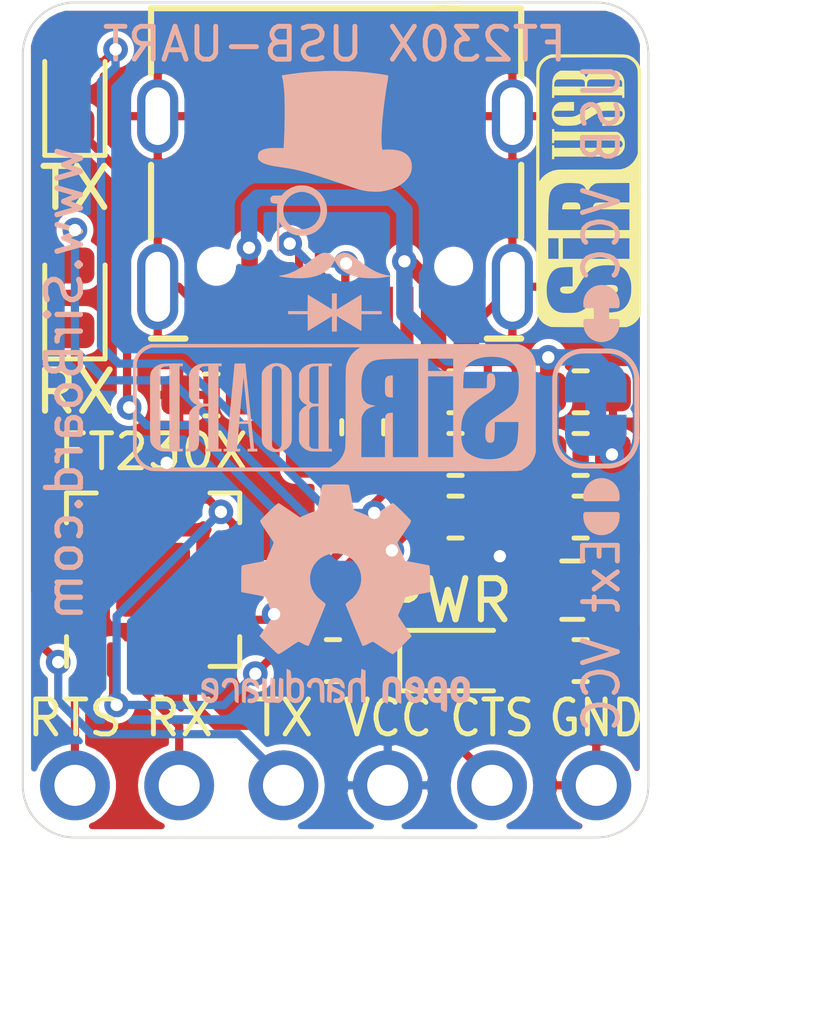
<source format=kicad_pcb>
(kicad_pcb (version 20171130) (host pcbnew "(5.1.2)-2")
  (title_block (title "USB to TTL Converter Based On The FT230XQ") (date 2020-02-06) (rev 3) (company SirBoard) (comment 1 www.SirBoard.com) (comment 2 "USB 2.0 Type-C Connector") (comment 3 FT230XQ))
  (layers (0 F.Cu signal) (31 B.Cu signal) (34 B.Paste user hide) (35 F.Paste user hide) (36 B.SilkS user) (37 F.SilkS user) (38 B.Mask user hide) (39 F.Mask user hide) (44 Edge.Cuts user))
  (net 0 "")
  (net 1 GND)
  (net 2 /D+)
  (net 3 /D-)
  (net 4 "Net-(FB1-Pad2)")
  (net 5 /VUSB)
  (net 6 "Net-(PWR1-Pad2)")
  (net 7 "Net-(R3-Pad2)")
  (net 8 VCC)
  (net 9 "Net-(C6-Pad1)")
  (net 10 CTS)
  (net 11 TX)
  (net 12 RX)
  (net 13 RTS)
  (net 14 "Net-(P1-PadB5)")
  (net 15 "Net-(P1-PadA8)")
  (net 16 "Net-(P1-PadA5)")
  (net 17 "Net-(P1-PadB8)")
  (net 18 uD-)
  (net 19 uD+)
  (net 20 "Net-(R5-Pad2)")
  (net 21 CBUS1)
  (net 22 CBUS2)
  (net 23 "Net-(U1-Pad14)")
  (net 24 "Net-(U1-Pad12)")
  (module logo:SirUSB66x25 (layer F.Cu) (at 70.739 33.5915 90)
    (fp_text reference G*** hide)
    (fp_text value LOGO hide)
  )
  (module logo:SirBoard98x31 (layer B.Cu) (at 64.5541 38.862 180)
    (fp_text reference G*** hide)
    (fp_text value LOGO hide)
  )
  (module Symbol:OSHW-Logo2_7.3x6mm_SilkScreen (layer B.Cu) (at 64.5795 43.4975 180)
    (fp_text reference REF** hide)
    (fp_text value OSHW-Logo2_7.3x6mm_SilkScreen hide)
  )
  (module logo:logo63x89 (layer B.Cu) (at 64.5541 33.8455 180)
    (fp_text reference G*** hide)
    (fp_text value LOGO hide)
  )
  (module Resistor_SMD:R_0603_1608Metric (layer F.Cu) (at 70.5485 45.0215)
    (fp_text reference R4 hide)
    (fp_text value 680E)
    (pad 2 smd roundrect (at 0.7875 0) (size 0.875 0.95) (layers F.Cu F.Paste F.Mask) (net 6 "Net-(PWR1-Pad2)"))
    (pad 1 smd roundrect (at -0.7875 0) (size 0.875 0.95) (layers F.Cu F.Paste F.Mask) (net 8 VCC))
  )
  (module Resistor_SMD:R_0603_1608Metric (layer F.Cu) (at 67.5005 40.005 180)
    (fp_text reference R3 hide)
    (fp_text value 680E)
    (pad 2 smd roundrect (at 0.7875 0 180) (size 0.875 0.95) (layers F.Cu F.Paste F.Mask) (net 7 "Net-(R3-Pad2)"))
    (pad 1 smd roundrect (at -0.7875 0 180) (size 0.875 0.95) (layers F.Cu F.Paste F.Mask) (net 8 VCC))
  )
  (module Inductor_SMD:L_0603_1608Metric (layer F.Cu) (at 70.5485 40.005)
    (fp_text reference FB1 hide)
    (fp_text value 40E@100MHz)
    (pad 2 smd roundrect (at 0.7875 0) (size 0.875 0.95) (layers F.Cu F.Paste F.Mask) (net 4 "Net-(FB1-Pad2)"))
    (pad 1 smd roundrect (at -0.7875 0) (size 0.875 0.95) (layers F.Cu F.Paste F.Mask) (net 8 VCC))
  )
  (module Capacitor_SMD:C_0603_1608Metric (layer F.Cu) (at 64.516 45.0215)
    (fp_text reference C6 hide)
    (fp_text value 100nF)
    (pad 2 smd roundrect (at 0.7875 0) (size 0.875 0.95) (layers F.Cu F.Paste F.Mask) (net 1 GND))
    (pad 1 smd roundrect (at -0.7875 0) (size 0.875 0.95) (layers F.Cu F.Paste F.Mask) (net 9 "Net-(C6-Pad1)"))
  )
  (module Capacitor_SMD:C_0603_1608Metric (layer F.Cu) (at 70.5485 41.529)
    (fp_text reference C4 hide)
    (fp_text value 100nF)
    (pad 2 smd roundrect (at 0.7875 0) (size 0.875 0.95) (layers F.Cu F.Paste F.Mask) (net 1 GND))
    (pad 1 smd roundrect (at -0.7875 0) (size 0.875 0.95) (layers F.Cu F.Paste F.Mask) (net 8 VCC))
  )
  (module Capacitor_SMD:C_0603_1608Metric (layer F.Cu) (at 70.5485 38.481)
    (fp_text reference C1 hide)
    (fp_text value 10nF)
    (pad 2 smd roundrect (at 0.7875 0) (size 0.875 0.95) (layers F.Cu F.Paste F.Mask) (net 1 GND))
    (pad 1 smd roundrect (at -0.7875 0) (size 0.875 0.95) (layers F.Cu F.Paste F.Mask) (net 5 /VUSB))
  )
  (module LED_SMD:LED_0603_1608Metric (layer F.Cu) (at 58.2295 31.242 90)
    (fp_text reference TX (at -2.286 0 180) (layer F.SilkS))
    (fp_text value GREEN)
    (pad 1 smd roundrect (at -0.7875 0 90) (size 0.875 0.95) (layers F.Cu F.Paste F.Mask) (net 22 CBUS2))
    (pad 2 smd roundrect (at 0.7875 0 90) (size 0.875 0.95) (layers F.Cu F.Paste F.Mask) (net 7 "Net-(R3-Pad2)"))
  )
  (module LED_SMD:LED_0603_1608Metric (layer F.Cu) (at 67.6275 45.0215)
    (fp_text reference PWR (at -0.3175 -1.4605 180) (layer F.SilkS))
    (fp_text value RED)
    (pad 2 smd roundrect (at 0.7875 0) (size 0.875 0.95) (layers F.Cu F.Paste F.Mask) (net 6 "Net-(PWR1-Pad2)"))
    (pad 1 smd roundrect (at -0.7875 0) (size 0.875 0.95) (layers F.Cu F.Paste F.Mask) (net 1 GND))
  )
  (module Connector_PinHeader_2.54mm:PinHeader_1x06_P2.54mm_Vertical (layer F.Cu) (at 58.2295 48.0568 90)
    (fp_text reference J1 hide)
    (fp_text value Conn_01x06)
    (pad 6 thru_hole oval (at 0 12.7 90) (size 1.7 1.7) (drill 1) (layers *.Cu *.Mask) (net 1 GND))
    (pad 5 thru_hole oval (at 0 10.16 90) (size 1.7 1.7) (drill 1) (layers *.Cu *.Mask) (net 10 CTS))
    (pad 4 thru_hole oval (at 0 7.62 90) (size 1.7 1.7) (drill 1) (layers *.Cu *.Mask) (net 8 VCC))
    (pad 3 thru_hole oval (at 0 5.08 90) (size 1.7 1.7) (drill 1) (layers *.Cu *.Mask) (net 11 TX))
    (pad 2 thru_hole oval (at 0 2.54 90) (size 1.7 1.7) (drill 1) (layers *.Cu *.Mask) (net 12 RX))
    (pad 1 thru_hole circle (at 0 0 90) (size 1.7 1.7) (drill 1) (layers *.Cu *.Mask) (net 13 RTS))
  )
  (module LED_SMD:LED_0603_1608Metric (layer F.Cu) (at 58.2295 36.195 90)
    (fp_text reference RX (at -2.28854 0.01016 180) (layer F.SilkS))
    (fp_text value GREEN)
    (pad 1 smd roundrect (at -0.7875 0 90) (size 0.875 0.95) (layers F.Cu F.Paste F.Mask) (net 21 CBUS1))
    (pad 2 smd roundrect (at 0.7875 0 90) (size 0.875 0.95) (layers F.Cu F.Paste F.Mask) (net 20 "Net-(R5-Pad2)"))
  )
  (module Resistor_SMD:R_0603_1608Metric (layer F.Cu) (at 67.5005 41.529 180)
    (fp_text reference R5 hide)
    (fp_text value 680E)
    (pad 2 smd roundrect (at 0.7875 0 180) (size 0.875 0.95) (layers F.Cu F.Paste F.Mask) (net 20 "Net-(R5-Pad2)"))
    (pad 1 smd roundrect (at -0.7875 0 180) (size 0.875 0.95) (layers F.Cu F.Paste F.Mask) (net 8 VCC))
  )
  (module SirBoardLibrary:USB_C (layer F.Cu) (at 67.7799 37.211 180)
    (fp_text reference P1 hide)
    (fp_text value USB_C_Plug_USB2.0 hide)
    (pad B4 smd rect (at 5.4558 0.5866 180) (size 0.31 1.4) (layers F.Cu F.Paste F.Mask) (net 5 /VUSB))
    (pad B1 smd rect (at 6.2585 0.5866 180) (size 0.31 1.4) (layers F.Cu F.Paste F.Mask) (net 1 GND))
    (pad B9 smd rect (at 0.9685 0.5842 180) (size 0.31 1.4) (layers F.Cu F.Paste F.Mask) (net 5 /VUSB))
    (pad B12 smd rect (at 0.1685 0.5842 180) (size 0.31 1.4) (layers F.Cu F.Paste F.Mask) (net 1 GND))
    (pad A1 smd rect (at -0.1415 0.5866 180) (size 0.31 1.4) (layers F.Cu F.Paste F.Mask) (net 1 GND))
    (pad A12 smd rect (at 6.5685 0.5866 180) (size 0.31 1.4) (layers F.Cu F.Paste F.Mask) (net 1 GND))
    (pad "" np_thru_hole circle (at 0.3235 1.7866 180) (size 0.65 0.65) (drill oval 0.65) (layers *.Cu *.Mask))
    (pad "" np_thru_hole circle (at 6.1035 1.7866 180) (size 0.65 0.65) (drill oval 0.65) (layers *.Cu *.Mask))
    (pad S1 thru_hole oval (at -1.1065 5.4366 180) (size 1 1.8) (drill oval 0.6 1.4) (layers *.Cu *.Mask) (net 1 GND))
    (pad S1 thru_hole oval (at 7.5335 5.4366 180) (size 1 1.8) (drill oval 0.6 1.4) (layers *.Cu *.Mask) (net 1 GND))
    (pad S1 thru_hole oval (at 7.5335 1.2866 180) (size 1 2.1) (drill oval 0.6 1.7) (layers *.Cu *.Mask) (net 1 GND))
    (pad S1 thru_hole oval (at -1.1065 1.2866 180) (size 1 2.1) (drill oval 0.6 1.7) (layers *.Cu *.Mask) (net 1 GND))
    (pad B5 smd rect (at 4.9635 0.5866 180) (size 0.32 1.4) (layers F.Cu F.Paste F.Mask) (net 14 "Net-(P1-PadB5)"))
    (pad A8 smd rect (at 4.4635 0.5866 180) (size 0.32 1.4) (layers F.Cu F.Paste F.Mask) (net 15 "Net-(P1-PadA8)"))
    (pad B6 smd rect (at 3.9635 0.5866 180) (size 0.32 1.4) (layers F.Cu F.Paste F.Mask) (net 2 /D+))
    (pad A7 smd rect (at 3.4635 0.5866 180) (size 0.32 1.4) (layers F.Cu F.Paste F.Mask) (net 3 /D-))
    (pad A6 smd rect (at 2.9635 0.5866 180) (size 0.32 1.4) (layers F.Cu F.Paste F.Mask) (net 2 /D+))
    (pad B7 smd rect (at 2.4635 0.5866 180) (size 0.32 1.4) (layers F.Cu F.Paste F.Mask) (net 3 /D-))
    (pad A5 smd rect (at 1.9635 0.5866 180) (size 0.32 1.4) (layers F.Cu F.Paste F.Mask) (net 16 "Net-(P1-PadA5)"))
    (pad B8 smd rect (at 1.4635 0.5866 180) (size 0.32 1.4) (layers F.Cu F.Paste F.Mask) (net 17 "Net-(P1-PadB8)"))
    (pad A9 smd rect (at 5.7685 0.5866 180) (size 0.31 1.4) (layers F.Cu F.Paste F.Mask) (net 5 /VUSB))
    (pad A4 smd rect (at 0.6585 0.5866 180) (size 0.31 1.4) (layers F.Cu F.Paste F.Mask) (net 5 /VUSB))
  )
  (module Capacitor_SMD:C_0805_2012Metric (layer F.Cu) (at 70.3476 43.307)
    (fp_text reference C5 hide)
    (fp_text value 4.7uF)
    (pad 2 smd roundrect (at 0.9375 0) (size 0.975 1.4) (layers F.Cu F.Paste F.Mask) (net 1 GND))
    (pad 1 smd roundrect (at -0.9375 0) (size 0.975 1.4) (layers F.Cu F.Paste F.Mask) (net 8 VCC))
  )
  (module Package_DFN_QFN:QFN-16-1EP_4x4mm_P0.65mm_EP2.1x2.1mm (layer F.Cu) (at 60.1345 43.053 90)
    (fp_text reference U1 hide)
    (fp_text value FT230XQ)
    (pad 16 smd roundrect (at -0.975 -1.95 90) (size 0.3 0.85) (layers F.Cu F.Paste F.Mask) (net 13 RTS))
    (pad 15 smd roundrect (at -0.325 -1.95 90) (size 0.3 0.85) (layers F.Cu F.Paste F.Mask) (net 11 TX))
    (pad 14 smd roundrect (at 0.325 -1.95 90) (size 0.3 0.85) (layers F.Cu F.Paste F.Mask) (net 23 "Net-(U1-Pad14)"))
    (pad 13 smd roundrect (at 0.975 -1.95 90) (size 0.3 0.85) (layers F.Cu F.Paste F.Mask) (net 1 GND))
    (pad 12 smd roundrect (at 1.95 -0.975 90) (size 0.85 0.3) (layers F.Cu F.Paste F.Mask) (net 24 "Net-(U1-Pad12)"))
    (pad 11 smd roundrect (at 1.95 -0.325 90) (size 0.85 0.3) (layers F.Cu F.Paste F.Mask) (net 21 CBUS1))
    (pad 10 smd roundrect (at 1.95 0.325 90) (size 0.85 0.3) (layers F.Cu F.Paste F.Mask) (net 8 VCC))
    (pad 9 smd roundrect (at 1.95 0.975 90) (size 0.85 0.3) (layers F.Cu F.Paste F.Mask) (net 9 "Net-(C6-Pad1)"))
    (pad 8 smd roundrect (at 0.975 1.95 90) (size 0.3 0.85) (layers F.Cu F.Paste F.Mask) (net 9 "Net-(C6-Pad1)"))
    (pad 7 smd roundrect (at 0.325 1.95 90) (size 0.3 0.85) (layers F.Cu F.Paste F.Mask) (net 18 uD-))
    (pad 6 smd roundrect (at -0.325 1.95 90) (size 0.3 0.85) (layers F.Cu F.Paste F.Mask) (net 19 uD+))
    (pad 5 smd roundrect (at -0.975 1.95 90) (size 0.3 0.85) (layers F.Cu F.Paste F.Mask) (net 22 CBUS2))
    (pad 4 smd roundrect (at -1.95 0.975 90) (size 0.85 0.3) (layers F.Cu F.Paste F.Mask) (net 10 CTS))
    (pad 3 smd roundrect (at -1.95 0.325 90) (size 0.85 0.3) (layers F.Cu F.Paste F.Mask) (net 1 GND))
    (pad 2 smd roundrect (at -1.95 -0.325 90) (size 0.85 0.3) (layers F.Cu F.Paste F.Mask) (net 12 RX))
    (pad 1 smd roundrect (at -1.95 -0.975 90) (size 0.85 0.3) (layers F.Cu F.Paste F.Mask) (net 9 "Net-(C6-Pad1)"))
    (pad 17 smd roundrect (at 0 0 90) (size 1.8 1.8) (layers F.Cu F.Mask) (roundrect_rratio 0.119) (net 1 GND))
  )
  (module Jumper:SolderJumper-2_P1.3mm_Bridged_RoundedPad1.0x1.5mm (layer B.Cu) (at 70.9168 38.8874 270)
    (fp_text reference VUSB hide)
    (fp_text value SolderJumper_2_Open)
    (fp_poly (pts (xy 0.25 0.254) (xy -0.25 0.254) (xy -0.25 -0.254) (xy 0.25 -0.254)) (layer B.Cu) (width 0))
    (pad 1 smd custom (at -0.65 0 270) (size 1 0.5) (layers B.Cu B.Mask) (net 5 /VUSB) (options (clearance outline) (anchor rect)) (primitives (gr_circle (center 0 -0.25) (end 0.5 -0.25) (width 0)) (gr_circle (center 0 0.25) (end 0.5 0.25) (width 0)) (gr_poly (pts (xy 0 0.75) (xy 0.5 0.75) (xy 0.5 -0.75) (xy 0 -0.75)) (width 0))))
    (pad 2 smd custom (at 0.65 0 270) (size 1 0.5) (layers B.Cu B.Mask) (net 4 "Net-(FB1-Pad2)") (options (clearance outline) (anchor rect)) (primitives (gr_circle (center 0 -0.25) (end 0.5 -0.25) (width 0)) (gr_circle (center 0 0.25) (end 0.5 0.25) (width 0)) (gr_poly (pts (xy 0 0.75) (xy -0.5 0.75) (xy -0.5 -0.75) (xy 0 -0.75)) (width 0))))
  )
  (module Capacitor_SMD:C_0603_1608Metric (layer F.Cu) (at 61.5568 38.5572 180)
    (fp_text reference C3 hide)
    (fp_text value 47pF)
    (pad 2 smd roundrect (at 0.7875 0 180) (size 0.875 0.95) (layers F.Cu F.Paste F.Mask) (net 1 GND))
    (pad 1 smd roundrect (at -0.7875 0 180) (size 0.875 0.95) (layers F.Cu F.Paste F.Mask) (net 3 /D-))
  )
  (module Resistor_SMD:R_0603_1608Metric (layer F.Cu) (at 65.2399 39.3446 90)
    (fp_text reference R2 hide)
    (fp_text value 27e)
    (pad 2 smd roundrect (at 0.7875 0 90) (size 0.875 0.95) (layers F.Cu F.Paste F.Mask) (net 2 /D+))
    (pad 1 smd roundrect (at -0.7875 0 90) (size 0.875 0.95) (layers F.Cu F.Paste F.Mask) (net 19 uD+))
  )
  (module Resistor_SMD:R_0603_1608Metric (layer F.Cu) (at 63.8429 39.3446 270)
    (fp_text reference R1 hide)
    (fp_text value 27e)
    (pad 2 smd roundrect (at 0.7875 0 270) (size 0.875 0.95) (layers F.Cu F.Paste F.Mask) (net 18 uD-))
    (pad 1 smd roundrect (at -0.7875 0 270) (size 0.875 0.95) (layers F.Cu F.Paste F.Mask) (net 3 /D-))
  )
  (module Capacitor_SMD:C_0603_1608Metric (layer F.Cu) (at 67.5005 38.481)
    (fp_text reference C2 hide)
    (fp_text value 47pF)
    (pad 2 smd roundrect (at 0.7875 0) (size 0.875 0.95) (layers F.Cu F.Paste F.Mask) (net 1 GND))
    (pad 1 smd roundrect (at -0.7875 0) (size 0.875 0.95) (layers F.Cu F.Paste F.Mask) (net 2 /D+))
  )
  (gr_text FT230X (at 60.1345 39.9415) (layer F.SilkS) (effects (font (size 0.85 0.85) (thickness 0.12))))
  (gr_arc (start 70.9295 30.2768) (end 72.1995 30.2768) (angle -90) (layer Edge.Cuts) (width 0.05))
  (gr_arc (start 58.2295 30.2768) (end 58.2295 29.0068) (angle -90) (layer Edge.Cuts) (width 0.05))
  (gr_arc (start 58.2295 48.0568) (end 56.9595 48.0568) (angle -90) (layer Edge.Cuts) (width 0.05))
  (gr_line (start 71.1835 36.3855) (end 71.1835 36.83) (layer B.SilkS) (width 0.12))
  (gr_line (start 71.12 36.3855) (end 71.1835 36.3855) (layer B.SilkS) (width 0.12))
  (gr_line (start 71.12 36.7665) (end 71.12 36.3855) (layer B.SilkS) (width 0.12))
  (gr_line (start 71.0565 36.3855) (end 71.0565 36.7665) (layer B.SilkS) (width 0.12))
  (gr_line (start 70.993 36.3855) (end 71.0565 36.3855) (layer B.SilkS) (width 0.12))
  (gr_line (start 70.993 36.7665) (end 70.993 36.3855) (layer B.SilkS) (width 0.12))
  (gr_line (start 71.0565 36.7665) (end 70.993 36.7665) (layer B.SilkS) (width 0.12))
  (gr_line (start 70.9295 36.83) (end 71.0565 36.7665) (layer B.SilkS) (width 0.12))
  (gr_line (start 70.9295 36.3855) (end 70.9295 36.83) (layer B.SilkS) (width 0.12))
  (gr_line (start 70.993 41.783) (end 71.12 41.783) (layer B.SilkS) (width 0.12))
  (gr_line (start 71.12 41.8465) (end 71.374 41.7195) (layer B.SilkS) (width 0.12))
  (gr_line (start 70.9295 41.8465) (end 71.12 41.8465) (layer B.SilkS) (width 0.12))
  (gr_line (start 71.0565 41.7195) (end 71.12 41.7195) (layer B.SilkS) (width 0.12))
  (gr_line (start 70.993 40.767) (end 70.739 40.894) (layer B.SilkS) (width 0.12))
  (gr_line (start 71.12 40.894) (end 71.0565 40.8305) (layer B.SilkS) (width 0.12))
  (gr_line (start 70.739 40.894) (end 71.12 40.894) (layer B.SilkS) (width 0.12))
  (gr_line (start 71.374 41.7195) (end 71.374 41.5925) (layer B.SilkS) (width 0.12))
  (gr_line (start 70.6755 41.529) (end 71.4375 41.529) (layer B.SilkS) (width 0.12))
  (gr_line (start 71.4375 41.4655) (end 71.4375 41.529) (layer B.SilkS) (width 0.12))
  (gr_line (start 71.374 41.5925) (end 70.866 41.5925) (layer B.SilkS) (width 0.12))
  (gr_line (start 70.6755 41.4655) (end 71.4375 41.4655) (layer B.SilkS) (width 0.12))
  (gr_line (start 70.866 41.5925) (end 70.993 41.783) (layer B.SilkS) (width 0.12))
  (gr_arc (start 71.0565 41.529) (end 70.6755 41.529) (angle -180) (layer B.SilkS) (width 0.12))
  (gr_line (start 70.6755 41.529) (end 70.6755 41.4655) (layer B.SilkS) (width 0.12))
  (gr_line (start 70.739 41.5925) (end 70.9295 41.8465) (layer B.SilkS) (width 0.12))
  (gr_line (start 71.374 41.656) (end 70.993 41.656) (layer B.SilkS) (width 0.12))
  (gr_line (start 70.993 41.656) (end 71.0565 41.7195) (layer B.SilkS) (width 0.12))
  (gr_line (start 71.12 41.783) (end 71.374 41.656) (layer B.SilkS) (width 0.12))
  (gr_line (start 71.374 40.9575) (end 71.1835 40.7035) (layer B.SilkS) (width 0.12))
  (gr_line (start 71.4375 41.021) (end 71.4375 41.0845) (layer B.SilkS) (width 0.12))
  (gr_arc (start 71.0565 41.021) (end 71.4375 41.021) (angle -180) (layer B.SilkS) (width 0.12))
  (gr_line (start 71.247 40.9575) (end 71.12 40.767) (layer B.SilkS) (width 0.12))
  (gr_line (start 70.739 40.9575) (end 71.247 40.9575) (layer B.SilkS) (width 0.12))
  (gr_line (start 70.6755 41.0845) (end 70.6755 41.021) (layer B.SilkS) (width 0.12))
  (gr_line (start 71.4375 41.021) (end 70.6755 41.021) (layer B.SilkS) (width 0.12))
  (gr_line (start 70.739 40.8305) (end 70.739 40.9575) (layer B.SilkS) (width 0.12))
  (gr_line (start 71.0565 40.8305) (end 70.993 40.8305) (layer B.SilkS) (width 0.12))
  (gr_line (start 71.1835 40.7035) (end 70.993 40.7035) (layer B.SilkS) (width 0.12))
  (gr_line (start 70.993 40.7035) (end 70.739 40.8305) (layer B.SilkS) (width 0.12))
  (gr_line (start 71.12 40.767) (end 70.993 40.767) (layer B.SilkS) (width 0.12))
  (gr_line (start 71.4375 41.0845) (end 70.6755 41.0845) (layer B.SilkS) (width 0.12))
  (gr_text "USB VCC" (at 71.0565 33.147 90) (layer B.SilkS) (effects (font (size 0.85 0.8) (thickness 0.12)) (justify mirror)))
  (gr_text "Ext VCC" (at 71.0565 44.3865 90) (layer B.SilkS) (effects (font (size 0.85 0.8) (thickness 0.12)) (justify mirror)))
  (gr_line (start 71.12 36.068) (end 70.993 36.068) (layer B.SilkS) (width 0.12))
  (gr_line (start 70.993 36.0045) (end 70.739 36.1315) (layer B.SilkS) (width 0.12))
  (gr_line (start 71.1835 36.0045) (end 70.993 36.0045) (layer B.SilkS) (width 0.12))
  (gr_line (start 71.0565 36.1315) (end 70.993 36.1315) (layer B.SilkS) (width 0.12))
  (gr_line (start 70.739 36.1315) (end 70.739 36.2585) (layer B.SilkS) (width 0.12))
  (gr_line (start 71.4375 36.322) (end 70.6755 36.322) (layer B.SilkS) (width 0.12))
  (gr_line (start 70.6755 36.3855) (end 70.6755 36.322) (layer B.SilkS) (width 0.12))
  (gr_line (start 70.739 36.2585) (end 71.247 36.2585) (layer B.SilkS) (width 0.12))
  (gr_line (start 71.4375 36.3855) (end 70.6755 36.3855) (layer B.SilkS) (width 0.12))
  (gr_line (start 71.247 36.2585) (end 71.12 36.068) (layer B.SilkS) (width 0.12))
  (gr_arc (start 71.0565 36.322) (end 71.4375 36.322) (angle -180) (layer B.SilkS) (width 0.12))
  (gr_line (start 71.4375 36.322) (end 71.4375 36.3855) (layer B.SilkS) (width 0.12))
  (gr_line (start 71.374 36.2585) (end 71.1835 36.0045) (layer B.SilkS) (width 0.12))
  (gr_line (start 70.739 36.195) (end 71.12 36.195) (layer B.SilkS) (width 0.12))
  (gr_line (start 71.12 36.195) (end 71.0565 36.1315) (layer B.SilkS) (width 0.12))
  (gr_line (start 70.993 36.068) (end 70.739 36.195) (layer B.SilkS) (width 0.12))
  (gr_line (start 71.0565 37.0205) (end 71.12 37.0205) (layer B.SilkS) (width 0.12))
  (gr_line (start 70.993 36.957) (end 71.0565 37.0205) (layer B.SilkS) (width 0.12))
  (gr_line (start 71.374 36.957) (end 70.993 36.957) (layer B.SilkS) (width 0.12))
  (gr_line (start 71.12 37.084) (end 71.374 36.957) (layer B.SilkS) (width 0.12))
  (gr_line (start 70.993 37.084) (end 71.12 37.084) (layer B.SilkS) (width 0.12))
  (gr_line (start 70.866 36.8935) (end 70.993 37.084) (layer B.SilkS) (width 0.12))
  (gr_line (start 71.374 36.8935) (end 70.866 36.8935) (layer B.SilkS) (width 0.12))
  (gr_line (start 71.374 37.0205) (end 71.374 36.8935) (layer B.SilkS) (width 0.12))
  (gr_line (start 71.12 37.1475) (end 71.374 37.0205) (layer B.SilkS) (width 0.12))
  (gr_line (start 70.9295 37.1475) (end 71.12 37.1475) (layer B.SilkS) (width 0.12))
  (gr_line (start 70.739 36.8935) (end 70.9295 37.1475) (layer B.SilkS) (width 0.12))
  (gr_line (start 70.6755 36.83) (end 70.6755 36.7665) (layer B.SilkS) (width 0.12))
  (gr_line (start 71.4375 36.7665) (end 71.4375 36.83) (layer B.SilkS) (width 0.12))
  (gr_line (start 70.6755 36.7665) (end 71.4375 36.7665) (layer B.SilkS) (width 0.12))
  (gr_line (start 70.6755 36.83) (end 71.4375 36.83) (layer B.SilkS) (width 0.12))
  (gr_arc (start 71.0565 36.83) (end 70.6755 36.83) (angle -180) (layer B.SilkS) (width 0.12))
  (gr_text GND (at 70.9295 46.4185) (layer F.SilkS) (effects (font (size 0.85 0.75) (thickness 0.12))))
  (gr_text CTS (at 68.3895 46.4185) (layer F.SilkS) (effects (font (size 0.85 0.75) (thickness 0.12))))
  (gr_text VCC (at 65.8495 46.4185) (layer F.SilkS) (effects (font (size 0.85 0.75) (thickness 0.12))))
  (gr_text TX (at 63.3095 46.4185) (layer F.SilkS) (effects (font (size 0.85 0.85) (thickness 0.12))))
  (gr_text RX (at 60.7695 46.4185) (layer F.SilkS) (effects (font (size 0.85 0.85) (thickness 0.12))))
  (gr_text RTS (at 58.2295 46.4185) (layer F.SilkS) (effects (font (size 0.85 0.85) (thickness 0.12))))
  (gr_line (start 70.9295 29.0068) (end 58.2295 29.0068) (layer Edge.Cuts) (width 0.05))
  (gr_arc (start 70.9295 48.0568) (end 70.9295 49.3268) (angle -90) (layer Edge.Cuts) (width 0.05))
  (gr_line (start 58.2295 49.3268) (end 70.9295 49.3268) (layer Edge.Cuts) (width 0.05))
  (gr_line (start 56.9595 48.0568) (end 56.9595 30.2768) (layer Edge.Cuts) (width 0.05))
  (gr_line (start 72.1995 48.0568) (end 72.1995 30.2768) (layer Edge.Cuts) (width 0.05))
  (gr_text "FT230X USB-UART" (at 64.5541 30.0228) (layer B.SilkS) (effects (font (size 0.8 0.8) (thickness 0.12)) (justify mirror)))
  (gr_text www.SirBoard.com (at 57.9755 38.2778 90) (layer B.SilkS) (effects (font (size 0.85 0.85) (thickness 0.13)) (justify mirror)))
  (segment (start 61.5214 36.6244) (end 61.2114 36.6244) (width 0.2) (layer F.Cu) (net 1))
  (segment (start 60.7529 35.9244) (end 61.2114 36.3829) (width 0.2) (layer F.Cu) (net 1))
  (segment (start 60.2464 35.9244) (end 60.7529 35.9244) (width 0.2) (layer F.Cu) (net 1))
  (segment (start 61.2114 36.3829) (end 61.2114 36.6244) (width 0.2) (layer F.Cu) (net 1))
  (segment (start 67.919 36.6268) (end 67.9214 36.6244) (width 0.2) (layer F.Cu) (net 1))
  (segment (start 67.6114 36.6268) (end 67.919 36.6268) (width 0.2) (layer F.Cu) (net 1))
  (segment (start 68.1864 36.6244) (end 68.8864 35.9244) (width 0.2) (layer F.Cu) (net 1))
  (segment (start 67.9214 36.6244) (end 68.1864 36.6244) (width 0.2) (layer F.Cu) (net 1))
  (segment (start 64.8164 38.1336) (end 65.2399 38.5571) (width 0.2) (layer F.Cu) (net 2))
  (segment (start 64.8164 36.6244) (end 64.8164 38.1336) (width 0.2) (layer F.Cu) (net 2))
  (via (at 64.8335 35.3568) (size 0.6) (drill 0.3) (layers F.Cu B.Cu) (net 2))
  (segment (start 64.8164 36.6244) (end 64.8164 35.48541) (width 0.2) (layer F.Cu) (net 2))
  (segment (start 64.8164 35.48541) (end 64.84341 35.4584) (width 0.2) (layer F.Cu) (net 2))
  (segment (start 64.8335 35.3568) (end 63.9445 35.3568) (width 0.2) (layer B.Cu) (net 2))
  (segment (start 63.9445 35.3568) (end 63.761899 35.174199) (width 0.2) (layer B.Cu) (net 2))
  (via (at 63.4619 34.8742) (size 0.6) (drill 0.3) (layers F.Cu B.Cu) (net 2))
  (segment (start 63.761899 35.174199) (end 63.4619 34.8742) (width 0.2) (layer B.Cu) (net 2))
  (segment (start 63.6905 35.1028) (end 63.4619 34.8742) (width 0.2) (layer F.Cu) (net 2))
  (segment (start 63.6905 35.687) (end 63.6905 35.1028) (width 0.2) (layer F.Cu) (net 2))
  (segment (start 63.8164 36.6244) (end 63.8164 35.8129) (width 0.2) (layer F.Cu) (net 2))
  (segment (start 63.8164 35.8129) (end 63.6905 35.687) (width 0.2) (layer F.Cu) (net 2))
  (segment (start 66.6369 38.5571) (end 65.2399 38.5571) (width 0.2) (layer F.Cu) (net 2))
  (segment (start 66.713 38.481) (end 66.6369 38.5571) (width 0.2) (layer F.Cu) (net 2))
  (segment (start 64.3164 38.0836) (end 63.8429 38.5571) (width 0.2) (layer F.Cu) (net 3))
  (segment (start 64.3164 36.6244) (end 64.3164 38.0836) (width 0.2) (layer F.Cu) (net 3))
  (segment (start 65.3164 35.7244) (end 65.3164 36.6244) (width 0.2) (layer F.Cu) (net 3))
  (segment (start 65.4431 35.5977) (end 65.3164 35.7244) (width 0.2) (layer F.Cu) (net 3))
  (segment (start 65.4431 35.0266) (end 65.4431 35.5977) (width 0.2) (layer F.Cu) (net 3))
  (segment (start 64.3164 35.7244) (end 64.1731 35.5811) (width 0.2) (layer F.Cu) (net 3))
  (segment (start 64.3164 36.6244) (end 64.3164 35.7244) (width 0.2) (layer F.Cu) (net 3))
  (segment (start 64.1731 35.5811) (end 64.1731 35.0266) (width 0.2) (layer F.Cu) (net 3))
  (segment (start 64.4779 34.7218) (end 65.1383 34.7218) (width 0.2) (layer F.Cu) (net 3))
  (segment (start 64.1731 35.0266) (end 64.4779 34.7218) (width 0.2) (layer F.Cu) (net 3))
  (segment (start 65.1383 34.7218) (end 65.4431 35.0266) (width 0.2) (layer F.Cu) (net 3))
  (segment (start 62.3444 38.5571) (end 62.3443 38.5572) (width 0.2) (layer F.Cu) (net 3))
  (segment (start 63.8429 38.5571) (end 62.3444 38.5571) (width 0.2) (layer F.Cu) (net 3))
  (via (at 71.3105 40.005) (size 0.6) (drill 0.3) (layers F.Cu B.Cu) (net 4))
  (segment (start 62.0114 36.6244) (end 62.3241 36.6244) (width 0.2) (layer F.Cu) (net 5))
  (segment (start 66.9671 36.688838) (end 66.9671 36.1188) (width 0.4) (layer F.Cu) (net 5))
  (segment (start 67.004701 35.978601) (end 66.6877 35.6616) (width 0.4) (layer F.Cu) (net 5))
  (segment (start 66.649101 35.623001) (end 66.3321 35.306) (width 0.4) (layer F.Cu) (net 5))
  (segment (start 62.483501 35.598599) (end 62.1665 35.9156) (width 0.4) (layer F.Cu) (net 5))
  (via (at 62.4713 34.9758) (size 0.6) (drill 0.3) (layers F.Cu B.Cu) (net 5))
  (segment (start 62.483501 35.598599) (end 62.483501 34.988001) (width 0.4) (layer F.Cu) (net 5))
  (segment (start 62.483501 34.988001) (end 62.4713 34.9758) (width 0.4) (layer F.Cu) (net 5))
  (segment (start 62.1665 36.5506) (end 62.1665 35.940002) (width 0.4) (layer F.Cu) (net 5))
  (segment (start 69.761 37.6429) (end 69.7611 37.6428) (width 0.4) (layer F.Cu) (net 5))
  (segment (start 69.761 38.481) (end 69.761 37.6429) (width 0.4) (layer F.Cu) (net 5))
  (via (at 69.7611 37.6428) (size 0.6) (drill 0.3) (layers F.Cu B.Cu) (net 5))
  (segment (start 67.3227 37.6428) (end 66.2559 36.576) (width 0.4) (layer B.Cu) (net 5))
  (segment (start 66.2559 36.576) (end 66.2559 35.306) (width 0.4) (layer B.Cu) (net 5))
  (via (at 66.2559 35.306) (size 0.6) (drill 0.3) (layers F.Cu B.Cu) (net 5))
  (segment (start 69.7611 37.6428) (end 67.3227 37.6428) (width 0.4) (layer B.Cu) (net 5))
  (segment (start 66.2559 34.0614) (end 66.2559 35.306) (width 0.4) (layer B.Cu) (net 5))
  (segment (start 65.9511 33.7566) (end 66.2559 34.0614) (width 0.4) (layer B.Cu) (net 5))
  (segment (start 62.6745 33.7566) (end 65.9511 33.7566) (width 0.4) (layer B.Cu) (net 5))
  (segment (start 62.4713 34.9758) (end 62.4713 33.9598) (width 0.4) (layer B.Cu) (net 5))
  (segment (start 62.4713 33.9598) (end 62.6745 33.7566) (width 0.4) (layer B.Cu) (net 5))
  (segment (start 70.8533 37.6428) (end 69.7611 37.6428) (width 0.4) (layer B.Cu) (net 5))
  (segment (start 71.0311 38.2524) (end 71.0311 37.8206) (width 0.4) (layer B.Cu) (net 5))
  (segment (start 71.0311 37.8206) (end 70.8533 37.6428) (width 0.4) (layer B.Cu) (net 5))
  (segment (start 71.3105 45.047) (end 71.336 45.0215) (width 0.25) (layer F.Cu) (net 6))
  (segment (start 71.3105 45.5295) (end 71.3105 45.047) (width 0.25) (layer F.Cu) (net 6))
  (segment (start 70.8025 46.0375) (end 71.3105 45.5295) (width 0.25) (layer F.Cu) (net 6))
  (segment (start 68.856 46.0375) (end 70.8025 46.0375) (width 0.25) (layer F.Cu) (net 6))
  (segment (start 68.415 45.0215) (end 68.415 45.5965) (width 0.25) (layer F.Cu) (net 6))
  (segment (start 68.415 45.5965) (end 68.856 46.0375) (width 0.25) (layer F.Cu) (net 6))
  (via (at 59.2201 30.1498) (size 0.6) (drill 0.3) (layers F.Cu B.Cu) (net 7))
  (segment (start 58.2295 30.4545) (end 58.9154 30.4545) (width 0.2) (layer F.Cu) (net 7))
  (segment (start 58.9154 30.4545) (end 59.2201 30.1498) (width 0.2) (layer F.Cu) (net 7))
  (via (at 65.5193 41.4274) (size 0.6) (drill 0.3) (layers F.Cu B.Cu) (net 7))
  (segment (start 65.5193 41.1987) (end 66.713 40.005) (width 0.2) (layer F.Cu) (net 7))
  (segment (start 65.5193 41.4274) (end 65.5193 41.1987) (width 0.2) (layer F.Cu) (net 7))
  (segment (start 64.4525 41.4274) (end 65.5193 41.4274) (width 0.2) (layer B.Cu) (net 7))
  (segment (start 59.2201 30.574064) (end 58.8645 30.929664) (width 0.2) (layer B.Cu) (net 7))
  (segment (start 59.2201 30.1498) (end 59.2201 30.574064) (width 0.2) (layer B.Cu) (net 7))
  (segment (start 58.8645 30.929664) (end 58.8645 37.3634) (width 0.2) (layer B.Cu) (net 7))
  (segment (start 58.8645 37.3634) (end 59.2963 37.7952) (width 0.2) (layer B.Cu) (net 7))
  (segment (start 59.2963 37.7952) (end 60.8203 37.7952) (width 0.2) (layer B.Cu) (net 7))
  (segment (start 60.8203 37.7952) (end 64.4525 41.4274) (width 0.2) (layer B.Cu) (net 7))
  (via (at 60.4647 40.2082) (size 0.6) (drill 0.3) (layers F.Cu B.Cu) (net 8))
  (segment (start 60.4595 41.103) (end 60.4595 40.2134) (width 0.2) (layer F.Cu) (net 8))
  (segment (start 60.4595 40.2134) (end 60.4647 40.2082) (width 0.2) (layer F.Cu) (net 8))
  (segment (start 69.4101 41.8799) (end 69.761 41.529) (width 0.4) (layer F.Cu) (net 8))
  (segment (start 69.4101 43.307) (end 69.4101 41.8799) (width 0.4) (layer F.Cu) (net 8))
  (segment (start 69.761 41.529) (end 69.761 40.005) (width 0.4) (layer F.Cu) (net 8))
  (segment (start 68.288 40.005) (end 68.288 41.529) (width 0.4) (layer F.Cu) (net 8))
  (segment (start 68.288 40.005) (end 69.761 40.005) (width 0.4) (layer F.Cu) (net 8))
  (segment (start 69.761 41.529) (end 68.288 41.529) (width 0.4) (layer F.Cu) (net 8))
  (segment (start 69.7865 45.0595) (end 69.761 45.085) (width 0.4) (layer F.Cu) (net 8))
  (segment (start 69.7865 44.45) (end 69.7865 45.0595) (width 0.4) (layer F.Cu) (net 8))
  (segment (start 69.4101 43.307) (end 69.4101 44.0736) (width 0.4) (layer F.Cu) (net 8))
  (segment (start 69.4101 44.0736) (end 69.7865 44.45) (width 0.4) (layer F.Cu) (net 8))
  (via (at 68.58 42.4815) (size 0.6) (drill 0.3) (layers F.Cu B.Cu) (net 8))
  (segment (start 68.5846 42.4815) (end 68.58 42.4815) (width 0.4) (layer F.Cu) (net 8))
  (segment (start 69.4101 43.307) (end 68.5846 42.4815) (width 0.4) (layer F.Cu) (net 8))
  (segment (start 68.288 42.1895) (end 68.58 42.4815) (width 0.4) (layer F.Cu) (net 8))
  (segment (start 68.288 41.529) (end 68.288 42.1895) (width 0.4) (layer F.Cu) (net 8))
  (via (at 59.2455 46.101) (size 0.6) (drill 0.3) (layers F.Cu B.Cu) (net 9))
  (segment (start 59.1595 45.003) (end 59.1595 46.015) (width 0.2) (layer F.Cu) (net 9))
  (segment (start 59.1595 46.015) (end 59.2455 46.101) (width 0.2) (layer F.Cu) (net 9))
  (via (at 61.7855 41.402) (size 0.6) (drill 0.3) (layers F.Cu B.Cu) (net 9))
  (segment (start 59.2455 46.101) (end 59.2455 43.942) (width 0.2) (layer B.Cu) (net 9))
  (segment (start 59.2455 43.942) (end 61.7855 41.402) (width 0.2) (layer B.Cu) (net 9))
  (segment (start 62.0845 41.701) (end 61.7855 41.402) (width 0.2) (layer F.Cu) (net 9))
  (segment (start 62.0845 42.078) (end 62.0845 41.701) (width 0.2) (layer F.Cu) (net 9))
  (segment (start 61.4865 41.103) (end 61.7855 41.402) (width 0.2) (layer F.Cu) (net 9))
  (segment (start 61.1095 41.103) (end 61.4865 41.103) (width 0.2) (layer F.Cu) (net 9))
  (via (at 62.6237 45.339) (size 0.6) (drill 0.3) (layers F.Cu B.Cu) (net 9))
  (segment (start 61.8617 46.101) (end 59.2455 46.101) (width 0.2) (layer B.Cu) (net 9))
  (segment (start 62.6237 45.339) (end 61.8617 46.101) (width 0.2) (layer B.Cu) (net 9))
  (segment (start 62.9412 45.0215) (end 62.6237 45.339) (width 0.2) (layer F.Cu) (net 9))
  (segment (start 63.7285 45.0215) (end 62.9412 45.0215) (width 0.2) (layer F.Cu) (net 9))
  (segment (start 68.3895 47.9298) (end 67.0687 46.609) (width 0.2) (layer F.Cu) (net 10))
  (segment (start 67.0687 46.609) (end 61.6585 46.609) (width 0.2) (layer F.Cu) (net 10))
  (segment (start 61.1095 46.06) (end 61.1095 45.003) (width 0.2) (layer F.Cu) (net 10))
  (segment (start 61.6585 46.609) (end 61.1095 46.06) (width 0.2) (layer F.Cu) (net 10))
  (via (at 57.8231 45.0596) (size 0.6) (drill 0.3) (layers F.Cu B.Cu) (net 11))
  (segment (start 57.523101 44.759601) (end 57.8231 45.0596) (width 0.2) (layer F.Cu) (net 11))
  (segment (start 57.3913 44.6278) (end 57.523101 44.759601) (width 0.2) (layer F.Cu) (net 11))
  (segment (start 57.3913 43.6462) (end 57.3913 44.6278) (width 0.2) (layer F.Cu) (net 11))
  (segment (start 58.1845 43.378) (end 57.6595 43.378) (width 0.2) (layer F.Cu) (net 11))
  (segment (start 57.6595 43.378) (end 57.3913 43.6462) (width 0.2) (layer F.Cu) (net 11))
  (segment (start 57.8231 45.9994) (end 57.8231 45.0596) (width 0.2) (layer B.Cu) (net 11))
  (segment (start 58.6359 46.8122) (end 57.8231 45.9994) (width 0.2) (layer B.Cu) (net 11))
  (segment (start 62.2173 46.8122) (end 58.6359 46.8122) (width 0.2) (layer B.Cu) (net 11))
  (segment (start 63.3095 47.9298) (end 63.3095 47.9044) (width 0.2) (layer B.Cu) (net 11))
  (segment (start 63.3095 47.9044) (end 62.2173 46.8122) (width 0.2) (layer B.Cu) (net 11))
  (segment (start 59.8095 45.528) (end 59.8095 45.003) (width 0.2) (layer F.Cu) (net 12))
  (segment (start 59.8095 45.649) (end 59.8095 45.528) (width 0.2) (layer F.Cu) (net 12))
  (segment (start 60.7695 47.9298) (end 60.7695 46.609) (width 0.2) (layer F.Cu) (net 12))
  (segment (start 60.7695 46.609) (end 59.8095 45.649) (width 0.2) (layer F.Cu) (net 12))
  (segment (start 58.2295 45.8724) (end 58.2295 47.9298) (width 0.2) (layer F.Cu) (net 13))
  (segment (start 58.4581 45.6438) (end 58.2295 45.8724) (width 0.2) (layer F.Cu) (net 13))
  (segment (start 58.1845 44.028) (end 58.4581 44.3016) (width 0.2) (layer F.Cu) (net 13))
  (segment (start 58.4581 44.3016) (end 58.4581 45.6438) (width 0.2) (layer F.Cu) (net 13))
  (segment (start 62.4459 42.728) (end 62.5459 42.828) (width 0.2) (layer F.Cu) (net 18))
  (segment (start 64.3164 40.6056) (end 63.8429 40.1321) (width 0.2) (layer F.Cu) (net 18))
  (segment (start 64.3164 42.1089) (end 64.3164 40.6056) (width 0.2) (layer F.Cu) (net 18))
  (segment (start 62.5439 42.828) (end 63.5973 42.828) (width 0.2) (layer F.Cu) (net 18))
  (segment (start 63.5973 42.828) (end 64.3164 42.1089) (width 0.2) (layer F.Cu) (net 18))
  (segment (start 62.4205 43.3832) (end 62.5205 43.2832) (width 0.2) (layer F.Cu) (net 19))
  (segment (start 64.7664 40.6056) (end 65.2399 40.1321) (width 0.2) (layer F.Cu) (net 19))
  (segment (start 64.7664 42.2953) (end 64.7664 40.6056) (width 0.2) (layer F.Cu) (net 19))
  (segment (start 62.5439 43.278) (end 63.7837 43.278) (width 0.2) (layer F.Cu) (net 19))
  (segment (start 63.7837 43.278) (end 64.7664 42.2953) (width 0.2) (layer F.Cu) (net 19))
  (via (at 58.2295 34.544) (size 0.6) (drill 0.3) (layers F.Cu B.Cu) (net 20))
  (via (at 65.951096 42.3418) (size 0.6) (drill 0.3) (layers F.Cu B.Cu) (net 20))
  (segment (start 65.951096 42.290904) (end 65.951096 42.3418) (width 0.2) (layer F.Cu) (net 20))
  (segment (start 66.713 41.529) (end 65.951096 42.290904) (width 0.2) (layer F.Cu) (net 20))
  (segment (start 65.526832 42.3418) (end 65.951096 42.3418) (width 0.2) (layer B.Cu) (net 20))
  (segment (start 64.7065 42.3418) (end 65.526832 42.3418) (width 0.2) (layer B.Cu) (net 20))
  (segment (start 60.5663 38.2016) (end 64.7065 42.3418) (width 0.2) (layer B.Cu) (net 20))
  (segment (start 58.9661 38.2016) (end 60.5663 38.2016) (width 0.2) (layer B.Cu) (net 20))
  (segment (start 58.2295 34.7472) (end 58.2295 37.465) (width 0.2) (layer B.Cu) (net 20))
  (segment (start 58.2295 37.465) (end 58.9661 38.2016) (width 0.2) (layer B.Cu) (net 20))
  (segment (start 58.2295 35.4075) (end 58.2295 34.544) (width 0.2) (layer F.Cu) (net 20))
  (segment (start 59.8095 40.2388) (end 59.8095 41.103) (width 0.2) (layer F.Cu) (net 21))
  (segment (start 58.2295 37.2365) (end 58.2295 38.6588) (width 0.2) (layer F.Cu) (net 21))
  (segment (start 58.2295 38.6588) (end 59.8095 40.2388) (width 0.2) (layer F.Cu) (net 21))
  (via (at 63.0809 43.8912) (size 0.6) (drill 0.3) (layers F.Cu B.Cu) (net 22))
  (segment (start 62.0845 44.028) (end 62.9441 44.028) (width 0.2) (layer F.Cu) (net 22))
  (segment (start 62.9441 44.028) (end 63.0809 43.8912) (width 0.2) (layer F.Cu) (net 22))
  (via (at 59.5503 38.862) (size 0.6) (drill 0.3) (layers F.Cu B.Cu) (net 22))
  (segment (start 59.4995 38.8112) (end 59.5503 38.862) (width 0.2) (layer F.Cu) (net 22))
  (segment (start 58.2295 32.0295) (end 59.4995 33.2995) (width 0.2) (layer F.Cu) (net 22))
  (segment (start 59.4995 33.2995) (end 59.4995 38.8112) (width 0.2) (layer F.Cu) (net 22))
  (segment (start 59.9821 39.2938) (end 59.5503 38.862) (width 0.2) (layer B.Cu) (net 22))
  (segment (start 61.0235 39.2938) (end 59.9821 39.2938) (width 0.2) (layer B.Cu) (net 22))
  (segment (start 63.0809 43.8912) (end 63.0809 41.3512) (width 0.2) (layer B.Cu) (net 22))
  (segment (start 63.0809 41.3512) (end 61.0235 39.2938) (width 0.2) (layer B.Cu) (net 22))
  (zone (net 1) (net_name GND) (layer F.Cu) (connect_pads (clearance 0.15)) (min_thickness 0.15) (fill yes (arc_segments 32) (thermal_gap 0.15) (thermal_bridge_width 0.2))
    (polygon (pts (xy 57.16016 49.1236) (xy 57.16016 29.21) (xy 71.99122 29.21) (xy 71.99122 49.1236)))
  )
  (zone (net 8) (net_name VCC) (layer B.Cu) (connect_pads (clearance 0.15)) (min_thickness 0.15) (fill yes (arc_segments 32) (thermal_gap 0.15) (thermal_bridge_width 0.2))
    (polygon (pts (xy 57.16016 49.1236) (xy 57.16016 29.21) (xy 71.99122 29.21) (xy 71.99122 49.1236)))
  )
)
</source>
